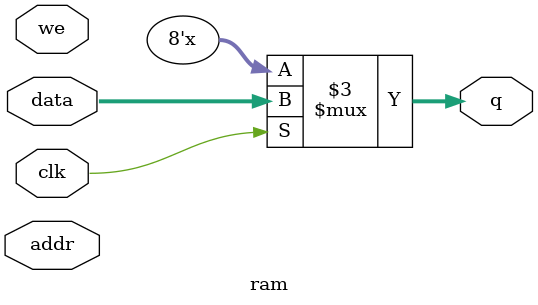
<source format=v>
module ram #(
    parameter ADDR_WIDTH=6,
    parameter DATA_WIDTH=8
) (
    input [DATA_WIDTH-1:0] data,
    input [ADDR_WIDTH-1:0] addr,
    input we, clk,
    output [7:0] q
);
reg [DATA_WIDTH-1:0] ram[2**ADDR_WIDTH-1:0];
// when we is high, write data to ram at address addr
// assign the ram value at address addr to q
always @(we)
begin
    if (clk == 1)
        q <= data;
end

endmodule

</source>
